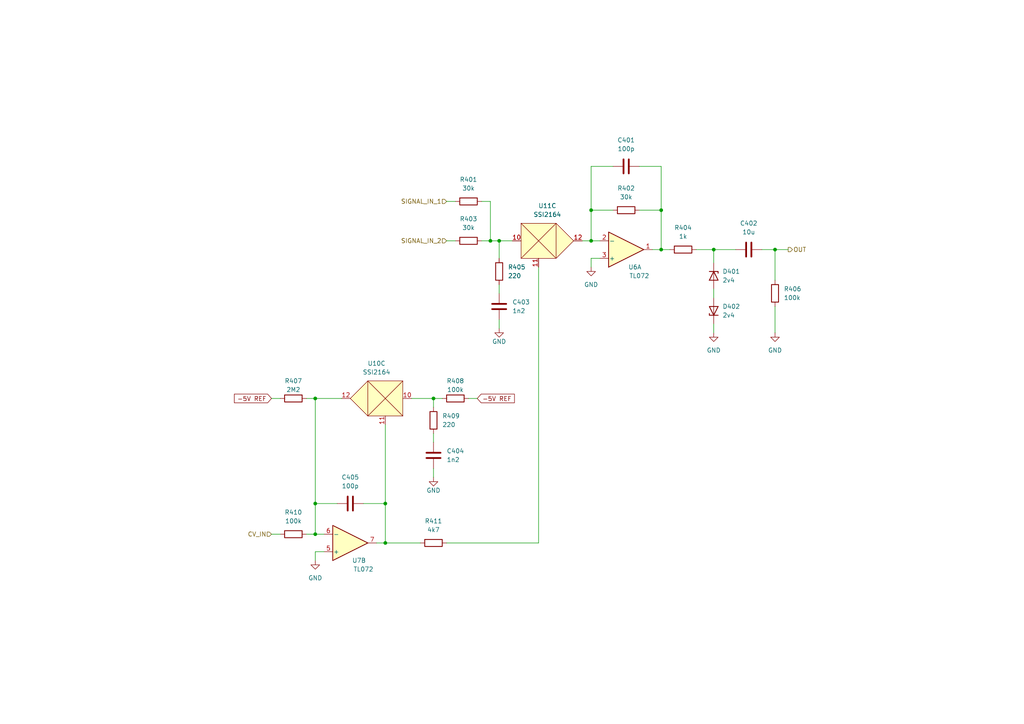
<source format=kicad_sch>
(kicad_sch (version 20211123) (generator eeschema)
  (paper "A4")
  (title_block (title "Josh Ox Ribbon Synth VCF/VCA board") (date "2022-07-21") (rev "0") (comment 1 "creativecommons.org/licenses/by/4.0/") (comment 2 "License: CC by 4.0") (comment 3 "Author: Jordan Aceto"))
  (lib_symbols
    (symbol "Amplifier_Operational:TL072" (pin_names (offset 0.127))
      (property "Reference" "U" (at 0 5.08 0))
      (property "Value" "TL072" (at 0 -5.08 0))
      (symbol "TL072_1_1"
        (polyline (pts (xy -5.08 5.08) (xy 5.08 0) (xy -5.08 -5.08) (xy -5.08 5.08)) (stroke (width 0.254)) (fill (type background)))
        (pin output line (at 7.62 0 180) (length 2.54) (name "~") (number "1"))
        (pin input line (at -7.62 -2.54 0) (length 2.54) (name "-") (number "2"))
        (pin input line (at -7.62 2.54 0) (length 2.54) (name "+") (number "3"))
      )
      (symbol "TL072_2_1"
        (polyline (pts (xy -5.08 5.08) (xy 5.08 0) (xy -5.08 -5.08) (xy -5.08 5.08)) (stroke (width 0.254)) (fill (type background)))
        (pin input line (at -7.62 2.54 0) (length 2.54) (name "+") (number "5"))
        (pin input line (at -7.62 -2.54 0) (length 2.54) (name "-") (number "6"))
        (pin output line (at 7.62 0 180) (length 2.54) (name "~") (number "7"))
      )
      (symbol "TL072_3_1"
        (pin power_in line (at -2.54 -7.62 90) (length 3.81) (name "V-") (number "4"))
        (pin power_in line (at -2.54 7.62 270) (length 3.81) (name "V+") (number "8"))
      )
    )
    (symbol "Device:C" (pin_numbers hide) (pin_names (offset 0.254))
      (property "Reference" "C" (at 0.635 2.54 0))
      (property "Value" "C" (at 0.635 -2.54 0))
      (symbol "C_0_1"
        (polyline (pts (xy -2.032 -0.762) (xy 2.032 -0.762)) (stroke (width 0.508)))
        (polyline (pts (xy -2.032 0.762) (xy 2.032 0.762)) (stroke (width 0.508)))
      )
      (symbol "C_1_1"
        (pin passive line (at 0 3.81 270) (length 2.794) (name "~") (number "1"))
        (pin passive line (at 0 -3.81 90) (length 2.794) (name "~") (number "2"))
      )
    )
    (symbol "Device:D_Zener" (pin_numbers hide) (pin_names (offset 1.016) hide)
      (property "Reference" "D" (at 0 2.54 0))
      (property "Value" "D_Zener" (at 0 -2.54 0))
      (symbol "D_Zener_0_1"
        (polyline (pts (xy 1.27 0) (xy -1.27 0)))
        (polyline (pts (xy -1.27 -1.27) (xy -1.27 1.27) (xy -0.762 1.27)) (stroke (width 0.254)))
        (polyline (pts (xy 1.27 -1.27) (xy 1.27 1.27) (xy -1.27 0) (xy 1.27 -1.27)) (stroke (width 0.254)))
      )
      (symbol "D_Zener_1_1"
        (pin passive line (at -3.81 0 0) (length 2.54) (name "K") (number "1"))
        (pin passive line (at 3.81 0 180) (length 2.54) (name "A") (number "2"))
      )
    )
    (symbol "Device:R" (pin_numbers hide) (pin_names (offset 0))
      (property "Reference" "R" (at 2.032 0 90))
      (property "Value" "R" (at 0 0 90))
      (symbol "R_0_1"
        (rectangle (start -1.016 -2.54) (end 1.016 2.54) (stroke (width 0.254)))
      )
      (symbol "R_1_1"
        (pin passive line (at 0 3.81 270) (length 1.27) (name "~") (number "1"))
        (pin passive line (at 0 -3.81 90) (length 1.27) (name "~") (number "2"))
      )
    )
    (symbol "custom_symbols:SSI2164" (pin_names (offset 1.016))
      (property "Reference" "U?" (at 0 10.16 0))
      (property "Value" "SSI2164" (at 0 7.62 0))
      (symbol "SSI2164_1_1"
        (rectangle (start -5.08 5.08) (end 5.08 -5.08) (fill (type background)))
        (polyline (pts (xy 5.08 5.08) (xy -5.08 -5.08)))
        (polyline (pts (xy 5.08 5.08) (xy 10.16 0) (xy 5.08 -5.08) (xy -5.08 5.08)) (fill (type background)))
        (pin input line (at -7.62 0 0) (length 2.54) (name "~") (number "2"))
        (pin input line (at 0 -7.62 90) (length 2.54) (name "~") (number "3"))
        (pin output line (at 12.7 0 180) (length 2.54) (name "~") (number "4"))
      )
      (symbol "SSI2164_2_1"
        (rectangle (start -5.08 5.08) (end 5.08 -5.08) (fill (type background)))
        (polyline (pts (xy 5.08 5.08) (xy -5.08 -5.08)))
        (polyline (pts (xy 5.08 5.08) (xy 10.16 0) (xy 5.08 -5.08) (xy -5.08 5.08)) (fill (type background)))
        (pin output line (at 12.7 0 180) (length 2.54) (name "~") (number "5"))
        (pin input line (at 0 -7.62 90) (length 2.54) (name "~") (number "6"))
        (pin input line (at -7.62 0 0) (length 2.54) (name "~") (number "7"))
      )
      (symbol "SSI2164_3_1"
        (rectangle (start -5.08 5.08) (end 5.08 -5.08) (fill (type background)))
        (polyline (pts (xy 5.08 5.08) (xy -5.08 -5.08)))
        (polyline (pts (xy 5.08 5.08) (xy 10.16 0) (xy 5.08 -5.08) (xy -5.08 5.08)) (fill (type background)))
        (pin input line (at -7.62 0 0) (length 2.54) (name "~") (number "10"))
        (pin input line (at 0 -7.62 90) (length 2.54) (name "~") (number "11"))
        (pin output line (at 12.7 0 180) (length 2.54) (name "~") (number "12"))
      )
      (symbol "SSI2164_4_1"
        (rectangle (start -5.08 5.08) (end 5.08 -5.08) (fill (type background)))
        (polyline (pts (xy 5.08 5.08) (xy -5.08 -5.08)))
        (polyline (pts (xy 5.08 5.08) (xy 10.16 0) (xy 5.08 -5.08) (xy -5.08 5.08)) (fill (type background)))
        (pin output line (at 12.7 0 180) (length 2.54) (name "~") (number "13"))
        (pin input line (at 0 -7.62 90) (length 2.54) (name "~") (number "14"))
        (pin input line (at -7.62 0 0) (length 2.54) (name "~") (number "15"))
      )
      (symbol "SSI2164_5_1"
        (pin input line (at 2.54 -10.16 180) (length 2.54) (name "mode") (number "1"))
        (pin power_in line (at 2.54 5.08 180) (length 2.54) (name "V+") (number "16"))
        (pin power_in line (at 2.54 0 180) (length 2.54) (name "gnd") (number "8"))
        (pin power_in line (at 2.54 -5.08 180) (length 2.54) (name "V-") (number "9"))
      )
    )
    (symbol "power:GND" (power) (pin_names (offset 0))
      (property "Value" "GND" (at 0 -3.81 0))
      (symbol "GND_0_1"
        (polyline (pts (xy 0 0) (xy 0 -1.27) (xy 1.27 -1.27) (xy 0 -2.54) (xy -1.27 -1.27) (xy 0 -1.27)))
      )
      (symbol "GND_1_1"
        (pin power_in line (at 0 0 270) (length 0) hide (name "GND") (number "1"))
      )
    )
  )
  (junction (at 171.45 69.85))
  (junction (at 111.76 146.05))
  (junction (at 207.01 72.39))
  (junction (at 191.77 72.39))
  (junction (at 144.78 69.85))
  (junction (at 91.44 146.05))
  (junction (at 171.45 60.96))
  (junction (at 125.73 115.57))
  (junction (at 91.44 154.94))
  (junction (at 224.79 72.39))
  (junction (at 111.76 157.48))
  (junction (at 142.24 69.85))
  (junction (at 91.44 115.57))
  (junction (at 191.77 60.96))
  (wire (pts (xy 91.44 146.05) (xy 91.44 115.57)))
  (wire (pts (xy 173.99 69.85) (xy 171.45 69.85)))
  (wire (pts (xy 171.45 69.85) (xy 171.45 60.96)))
  (wire (pts (xy 191.77 72.39) (xy 191.77 60.96)))
  (wire (pts (xy 91.44 162.56) (xy 91.44 160.02)))
  (wire (pts (xy 125.73 115.57) (xy 119.38 115.57)))
  (wire (pts (xy 91.44 160.02) (xy 93.98 160.02)))
  (wire (pts (xy 91.44 115.57) (xy 99.06 115.57)))
  (wire (pts (xy 91.44 154.94) (xy 91.44 146.05)))
  (wire (pts (xy 144.78 69.85) (xy 148.59 69.85)))
  (wire (pts (xy 207.01 72.39) (xy 213.36 72.39)))
  (wire (pts (xy 138.43 115.57) (xy 135.89 115.57)))
  (wire (pts (xy 125.73 135.89) (xy 125.73 138.43)))
  (wire (pts (xy 201.93 72.39) (xy 207.01 72.39)))
  (wire (pts (xy 156.21 77.47) (xy 156.21 157.48)))
  (wire (pts (xy 139.7 69.85) (xy 142.24 69.85)))
  (wire (pts (xy 171.45 77.47) (xy 171.45 74.93)))
  (wire (pts (xy 88.9 115.57) (xy 91.44 115.57)))
  (wire (pts (xy 224.79 72.39) (xy 228.6 72.39)))
  (wire (pts (xy 144.78 69.85) (xy 144.78 74.93)))
  (wire (pts (xy 144.78 92.71) (xy 144.78 95.25)))
  (wire (pts (xy 144.78 82.55) (xy 144.78 85.09)))
  (wire (pts (xy 156.21 157.48) (xy 129.54 157.48)))
  (wire (pts (xy 111.76 157.48) (xy 111.76 146.05)))
  (wire (pts (xy 91.44 146.05) (xy 97.79 146.05)))
  (wire (pts (xy 111.76 146.05) (xy 105.41 146.05)))
  (wire (pts (xy 171.45 48.26) (xy 171.45 60.96)))
  (wire (pts (xy 191.77 72.39) (xy 194.31 72.39)))
  (wire (pts (xy 139.7 58.42) (xy 142.24 58.42)))
  (wire (pts (xy 125.73 115.57) (xy 128.27 115.57)))
  (wire (pts (xy 177.8 48.26) (xy 171.45 48.26)))
  (wire (pts (xy 93.98 154.94) (xy 91.44 154.94)))
  (wire (pts (xy 224.79 72.39) (xy 224.79 81.28)))
  (wire (pts (xy 142.24 58.42) (xy 142.24 69.85)))
  (wire (pts (xy 224.79 88.9) (xy 224.79 96.52)))
  (wire (pts (xy 78.74 154.94) (xy 81.28 154.94)))
  (wire (pts (xy 78.74 115.57) (xy 81.28 115.57)))
  (wire (pts (xy 185.42 48.26) (xy 191.77 48.26)))
  (wire (pts (xy 111.76 123.19) (xy 111.76 146.05)))
  (wire (pts (xy 125.73 125.73) (xy 125.73 128.27)))
  (wire (pts (xy 125.73 118.11) (xy 125.73 115.57)))
  (wire (pts (xy 88.9 154.94) (xy 91.44 154.94)))
  (wire (pts (xy 220.98 72.39) (xy 224.79 72.39)))
  (wire (pts (xy 111.76 157.48) (xy 121.92 157.48)))
  (wire (pts (xy 207.01 93.98) (xy 207.01 96.52)))
  (wire (pts (xy 142.24 69.85) (xy 144.78 69.85)))
  (wire (pts (xy 191.77 48.26) (xy 191.77 60.96)))
  (wire (pts (xy 129.54 69.85) (xy 132.08 69.85)))
  (wire (pts (xy 171.45 74.93) (xy 173.99 74.93)))
  (wire (pts (xy 109.22 157.48) (xy 111.76 157.48)))
  (wire (pts (xy 171.45 60.96) (xy 177.8 60.96)))
  (wire (pts (xy 191.77 60.96) (xy 185.42 60.96)))
  (wire (pts (xy 189.23 72.39) (xy 191.77 72.39)))
  (wire (pts (xy 207.01 72.39) (xy 207.01 76.2)))
  (wire (pts (xy 168.91 69.85) (xy 171.45 69.85)))
  (wire (pts (xy 129.54 58.42) (xy 132.08 58.42)))
  (wire (pts (xy 207.01 83.82) (xy 207.01 86.36)))
  (global_label "-5V REF" (shape input) (at 138.43 115.57 0) (property "Intersheet References" "${INTERSHEET_REFS}" (effects hide)))
  (global_label "-5V REF" (shape input) (at 78.74 115.57 180) (property "Intersheet References" "${INTERSHEET_REFS}" (effects hide)))
  (hierarchical_label "SIGNAL_IN_1" (shape input) (at 129.54 58.42 180))
  (hierarchical_label "CV_IN" (shape input) (at 78.74 154.94 180))
  (hierarchical_label "OUT" (shape output) (at 228.6 72.39 0))
  (hierarchical_label "SIGNAL_IN_2" (shape input) (at 129.54 69.85 180))
  (symbol (lib_id "Device:R") (at 135.89 69.85 90) (unit 1)
    (property "Reference" "R403" (at 135.89 63.5 90))
    (property "Value" "30k" (at 135.89 66.04 90))
    (property "Footprint" "Resistor_SMD:R_0805_2012Metric" (effects hide))
  )
  (symbol (lib_id "Amplifier_Operational:TL072") (at 181.61 72.39 0) (mirror x) (unit 1)
    (property "Reference" "U6" (at 184.15 77.47 0))
    (property "Value" "TL072" (at 185.42 80.01 0))
    (property "Footprint" "Package_SO:SO-8_5.3x6.2mm_P1.27mm" (effects hide))
    (property "Datasheet" "http://www.ti.com/lit/ds/symlink/tl071.pdf" (effects hide))
  )
  (symbol (lib_id "Device:C") (at 125.73 132.08 0) (mirror y) (unit 1)
    (property "Reference" "C404" (at 129.54 130.8099 0) (effects (justify right)))
    (property "Value" "1n2" (at 129.54 133.3499 0) (effects (justify right)))
    (property "Footprint" "Capacitor_SMD:C_0805_2012Metric" (effects hide))
  )
  (symbol (lib_id "Device:R") (at 85.09 115.57 90) (unit 1)
    (property "Reference" "R407" (at 85.09 110.49 90))
    (property "Value" "2M2" (at 85.09 113.03 90))
    (property "Footprint" "Resistor_SMD:R_0805_2012Metric" (effects hide))
  )
  (symbol (lib_id "power:GND") (at 224.79 96.52 0) (unit 1)
    (property "Reference" "#PWR0604" (effects hide))
    (property "Value" "GND" (at 224.79 101.6 0))
  )
  (symbol (lib_id "Device:C") (at 181.61 48.26 90) (unit 1)
    (property "Reference" "C401" (at 181.61 40.64 90))
    (property "Value" "100p" (at 181.61 43.18 90))
    (property "Footprint" "Capacitor_SMD:C_0805_2012Metric" (effects hide))
  )
  (symbol (lib_id "custom_symbols:SSI2164") (at 111.76 115.57 0) (mirror y) (unit 3)
    (property "Reference" "U10" (at 109.22 105.41 0))
    (property "Value" "SSI2164" (at 109.22 107.95 0))
    (property "Footprint" "Package_SO:SOIC-16_3.9x9.9mm_P1.27mm" (effects hide))
    (property "Datasheet" "https://www.soundsemiconductor.com/downloads/ssi2164datasheet.pdf" (effects hide))
  )
  (symbol (lib_id "Device:C") (at 101.6 146.05 90) (unit 1)
    (property "Reference" "C405" (at 101.6 138.43 90))
    (property "Value" "100p" (at 101.6 140.97 90))
    (property "Footprint" "Capacitor_SMD:C_0805_2012Metric" (effects hide))
  )
  (symbol (lib_id "Device:R") (at 144.78 78.74 0) (mirror y) (unit 1)
    (property "Reference" "R405" (at 147.32 77.4699 0) (effects (justify right)))
    (property "Value" "220" (at 147.32 80.0099 0) (effects (justify right)))
    (property "Footprint" "Resistor_SMD:R_0805_2012Metric" (effects hide))
  )
  (symbol (lib_id "power:GND") (at 207.01 96.52 0) (unit 1)
    (property "Reference" "#PWR0603" (effects hide))
    (property "Value" "GND" (at 207.01 101.6 0))
  )
  (symbol (lib_id "Device:R") (at 181.61 60.96 90) (unit 1)
    (property "Reference" "R402" (at 181.61 54.61 90))
    (property "Value" "30k" (at 181.61 57.15 90))
    (property "Footprint" "Resistor_SMD:R_0805_2012Metric" (effects hide))
  )
  (symbol (lib_id "Device:R") (at 125.73 121.92 0) (mirror y) (unit 1)
    (property "Reference" "R409" (at 128.27 120.6499 0) (effects (justify right)))
    (property "Value" "220" (at 128.27 123.1899 0) (effects (justify right)))
    (property "Footprint" "Resistor_SMD:R_0805_2012Metric" (effects hide))
  )
  (symbol (lib_id "power:GND") (at 171.45 77.47 0) (unit 1)
    (property "Reference" "#PWR0601" (effects hide))
    (property "Value" "GND" (at 171.45 82.55 0))
  )
  (symbol (lib_id "Device:R") (at 125.73 157.48 90) (unit 1)
    (property "Reference" "R411" (at 125.73 151.13 90))
    (property "Value" "4k7" (at 125.73 153.67 90))
    (property "Footprint" "Resistor_SMD:R_0805_2012Metric" (effects hide))
  )
  (symbol (lib_id "Device:R") (at 198.12 72.39 90) (unit 1)
    (property "Reference" "R404" (at 198.12 66.04 90))
    (property "Value" "1k" (at 198.12 68.58 90))
    (property "Footprint" "Resistor_SMD:R_0805_2012Metric" (effects hide))
  )
  (symbol (lib_id "power:GND") (at 144.78 95.25 0) (mirror y) (unit 1)
    (property "Reference" "#PWR0602" (effects hide))
    (property "Value" "~" (at 144.78 99.06 0))
  )
  (symbol (lib_id "Device:R") (at 224.79 85.09 0) (unit 1)
    (property "Reference" "R406" (at 227.33 83.8199 0) (effects (justify left)))
    (property "Value" "100k" (at 227.33 86.3599 0) (effects (justify left)))
    (property "Footprint" "Resistor_SMD:R_0805_2012Metric" (effects hide))
  )
  (symbol (lib_id "Device:R") (at 132.08 115.57 270) (mirror x) (unit 1)
    (property "Reference" "R408" (at 132.08 110.49 90))
    (property "Value" "100k" (at 132.08 113.03 90))
    (property "Footprint" "Resistor_SMD:R_0805_2012Metric" (effects hide))
  )
  (symbol (lib_id "Device:R") (at 85.09 154.94 90) (unit 1)
    (property "Reference" "R410" (at 85.09 148.59 90))
    (property "Value" "100k" (at 85.09 151.13 90))
    (property "Footprint" "Resistor_SMD:R_0805_2012Metric" (effects hide))
  )
  (symbol (lib_id "power:GND") (at 125.73 138.43 0) (mirror y) (unit 1)
    (property "Reference" "#PWR0605" (effects hide))
    (property "Value" "~" (at 125.73 142.24 0))
  )
  (symbol (lib_id "Device:C") (at 217.17 72.39 90) (unit 1)
    (property "Reference" "C402" (at 217.17 64.77 90))
    (property "Value" "10u" (at 217.17 67.31 90))
    (property "Footprint" "Capacitor_THT:C_Radial_D6.3mm_H5.0mm_P2.50mm" (effects hide))
  )
  (symbol (lib_id "Device:R") (at 135.89 58.42 90) (unit 1)
    (property "Reference" "R401" (at 135.89 52.07 90))
    (property "Value" "30k" (at 135.89 54.61 90))
    (property "Footprint" "Resistor_SMD:R_0805_2012Metric" (effects hide))
  )
  (symbol (lib_id "custom_symbols:SSI2164") (at 156.21 69.85 0) (unit 3)
    (property "Reference" "U11" (at 158.75 59.69 0))
    (property "Value" "SSI2164" (at 158.75 62.23 0))
    (property "Footprint" "Package_SO:SOIC-16_3.9x9.9mm_P1.27mm" (effects hide))
    (property "Datasheet" "https://www.soundsemiconductor.com/downloads/ssi2164datasheet.pdf" (effects hide))
  )
  (symbol (lib_id "Amplifier_Operational:TL072") (at 101.6 157.48 0) (mirror x) (unit 2)
    (property "Reference" "U7" (at 104.14 162.56 0))
    (property "Value" "TL072" (at 105.41 165.1 0))
    (property "Footprint" "Package_SO:SO-8_5.3x6.2mm_P1.27mm" (effects hide))
    (property "Datasheet" "http://www.ti.com/lit/ds/symlink/tl071.pdf" (effects hide))
  )
  (symbol (lib_id "Device:C") (at 144.78 88.9 0) (mirror y) (unit 1)
    (property "Reference" "C403" (at 148.59 87.6299 0) (effects (justify right)))
    (property "Value" "1n2" (at 148.59 90.1699 0) (effects (justify right)))
    (property "Footprint" "Capacitor_SMD:C_0805_2012Metric" (effects hide))
  )
  (symbol (lib_id "Device:D_Zener") (at 207.01 90.17 90) (unit 1)
    (property "Reference" "D402" (at 209.55 88.8999 90) (effects (justify right)))
    (property "Value" "2v4" (at 209.55 91.4399 90) (effects (justify right)))
    (property "Footprint" "Diode_SMD:D_SOD-123" (effects hide))
  )
  (symbol (lib_id "Device:D_Zener") (at 207.01 80.01 270) (unit 1)
    (property "Reference" "D401" (at 209.55 78.7399 90) (effects (justify left)))
    (property "Value" "2v4" (at 209.55 81.2799 90) (effects (justify left)))
    (property "Footprint" "Diode_SMD:D_SOD-123" (effects hide))
  )
  (symbol (lib_id "power:GND") (at 91.44 162.56 0) (unit 1)
    (property "Reference" "#PWR0606" (effects hide))
    (property "Value" "GND" (at 91.44 167.64 0))
  )
)
</source>
